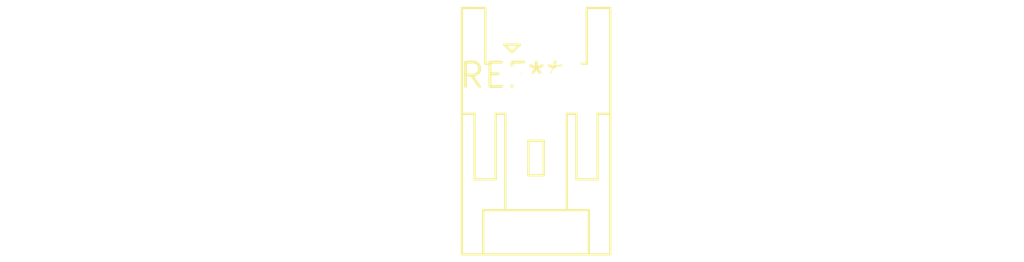
<source format=kicad_pcb>
(kicad_pcb (version 20240108) (generator pcbnew)
  (layers (0 "F.Cu" signal) (31 "B.Cu" signal) (34 "B.Paste" user) (35 "F.Paste" user) (36 "B.SilkS" user "B.Silkscreen") (37 "F.SilkS" user "F.Silkscreen") (38 "B.Mask" user) (39 "F.Mask" user) (44 "Edge.Cuts" user))
  (net 0 "")
  (footprint "JST_XA_S02B-XASK-1N-BN_1x02_P2.50mm_Horizontal" (layer "F.Cu") (at 0 0)
    (property "Reference" "REF**")
    (property "Value" "JST_XA_S02B-XASK-1N-BN_1x02_P2.50mm_Horizontal")
    (fp_line (start -2.61 -3.51) (end -2.61 9.31) (layer "F.SilkS") (stroke (width 0.12)))
    (fp_line (start -2.61 9.31) (end 5.11 9.31) (layer "F.SilkS") (stroke (width 0.12)))
    (fp_line (start -1.95 2) (end -2.61 2) (layer "F.SilkS") (stroke (width 0.12)))
    (fp_line (start -1.95 5.41) (end -1.95 2) (layer "F.SilkS") (stroke (width 0.12)))
    (fp_line (start -1.5 7.01) (end 4 7.01) (layer "F.SilkS") (stroke (width 0.12)))
    (fp_line (start -1.5 9.31) (end -1.5 7.01) (layer "F.SilkS") (stroke (width 0.12)))
    (fp_line (start -1.39 -3.51) (end -2.61 -3.51) (layer "F.SilkS") (stroke (width 0.12)))
    (fp_line (start -1.39 -0.61) (end -1.39 -3.51) (layer "F.SilkS") (stroke (width 0.12)))
    (fp_line (start -1.11 -0.61) (end -1.39 -0.61) (layer "F.SilkS") (stroke (width 0.12)))
    (fp_line (start -0.85 2) (end -0.85 5.41) (layer "F.SilkS") (stroke (width 0.12)))
    (fp_line (start -0.85 5.41) (end -1.95 5.41) (layer "F.SilkS") (stroke (width 0.12)))
    (fp_line (start -0.4 -1.6) (end 0.4 -1.6) (layer "F.SilkS") (stroke (width 0.12)))
    (fp_line (start -0.35 2) (end -0.85 2) (layer "F.SilkS") (stroke (width 0.12)))
    (fp_line (start -0.35 7.01) (end -0.35 2) (layer "F.SilkS") (stroke (width 0.12)))
    (fp_line (start 0 -1.2) (end -0.4 -1.6) (layer "F.SilkS") (stroke (width 0.12)))
    (fp_line (start 0.4 -1.6) (end 0 -1.2) (layer "F.SilkS") (stroke (width 0.12)))
    (fp_line (start 0.85 3.4) (end 1.65 3.4) (layer "F.SilkS") (stroke (width 0.12)))
    (fp_line (start 0.85 5.2) (end 0.85 3.4) (layer "F.SilkS") (stroke (width 0.12)))
    (fp_line (start 1.65 3.4) (end 1.65 5.2) (layer "F.SilkS") (stroke (width 0.12)))
    (fp_line (start 1.65 5.2) (end 0.85 5.2) (layer "F.SilkS") (stroke (width 0.12)))
    (fp_line (start 2.85 2) (end 3.35 2) (layer "F.SilkS") (stroke (width 0.12)))
    (fp_line (start 2.85 7.01) (end 2.85 2) (layer "F.SilkS") (stroke (width 0.12)))
    (fp_line (start 3.35 2) (end 3.35 5.41) (layer "F.SilkS") (stroke (width 0.12)))
    (fp_line (start 3.35 5.41) (end 4.45 5.41) (layer "F.SilkS") (stroke (width 0.12)))
    (fp_line (start 3.89 -3.51) (end 3.89 -0.61) (layer "F.SilkS") (stroke (width 0.12)))
    (fp_line (start 3.89 -0.61) (end 3.61 -0.61) (layer "F.SilkS") (stroke (width 0.12)))
    (fp_line (start 4 7.01) (end 4 9.31) (layer "F.SilkS") (stroke (width 0.12)))
    (fp_line (start 4.45 2) (end 5.11 2) (layer "F.SilkS") (stroke (width 0.12)))
    (fp_line (start 4.45 5.41) (end 4.45 2) (layer "F.SilkS") (stroke (width 0.12)))
    (fp_line (start 5.11 -3.51) (end 3.89 -3.51) (layer "F.SilkS") (stroke (width 0.12)))
    (fp_line (start 5.11 9.31) (end 5.11 -3.51) (layer "F.SilkS") (stroke (width 0.12)))
    (pad "1" thru_hole roundrect (at 0 0) (size 1.7 1.95) (drill 0.95) (layers *.Cu *.Mask) (remove_unused_layers) (roundrect_rratio 0.147059))
    (pad "2" thru_hole oval (at 2.5 0) (size 1.7 1.95) (drill 0.95) (layers *.Cu *.Mask) (remove_unused_layers))
  )
)
</source>
